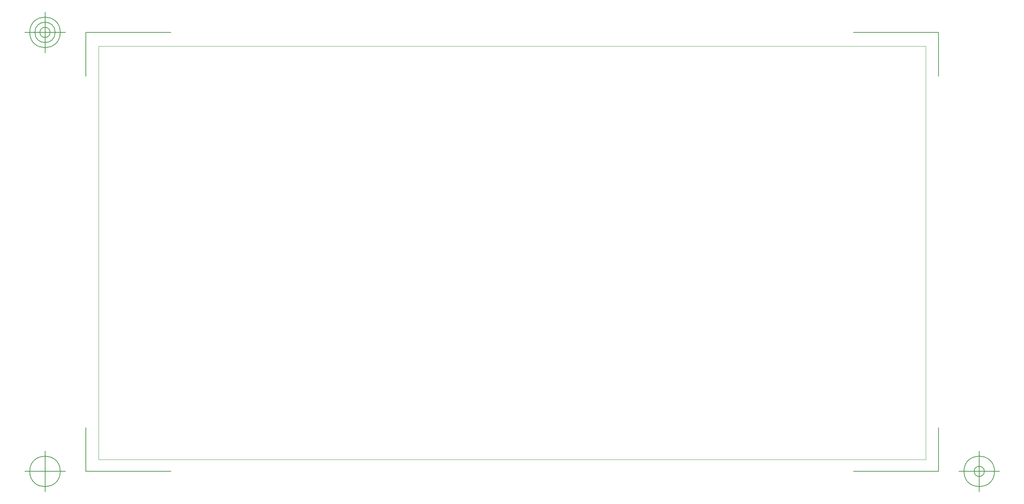
<source format=gbr>
G04 Generated by Ultiboard 13.0 *
%FSLAX34Y34*%
%MOMM*%

%ADD11C,0.0010*%
%ADD12C,0.1270*%


G04 ColorRGB 00FFFF for the following layer *
%LNBoard Outline*%
%LPD*%
G54D10*
G54D11*
X2032000Y-2540D02*
X2032000Y1013460D01*
X0Y1013460D01*
X0Y-2540D01*
X2032000Y-2540D01*
G54D12*
X-31464Y-31464D02*
X-31464Y76429D01*
X-31464Y-31464D02*
X178029Y-31464D01*
X2063464Y-31464D02*
X1853971Y-31464D01*
X2063464Y-31464D02*
X2063464Y76429D01*
X2063464Y1047464D02*
X2063464Y939571D01*
X2063464Y1047464D02*
X1853971Y1047464D01*
X-31464Y1047464D02*
X178029Y1047464D01*
X-31464Y1047464D02*
X-31464Y939571D01*
X-81464Y-31464D02*
X-181464Y-31464D01*
X-131464Y-81464D02*
X-131464Y18536D01*
X-168964Y-31464D02*
G75*
D01*
G02X-168964Y-31464I37500J0*
G01*
X2113464Y-31464D02*
X2213464Y-31464D01*
X2163464Y-81464D02*
X2163464Y18536D01*
X2125964Y-31464D02*
G75*
D01*
G02X2125964Y-31464I37500J0*
G01*
X2150964Y-31464D02*
G75*
D01*
G02X2150964Y-31464I12500J0*
G01*
X-81464Y1047464D02*
X-181464Y1047464D01*
X-131464Y997464D02*
X-131464Y1097464D01*
X-168964Y1047464D02*
G75*
D01*
G02X-168964Y1047464I37500J0*
G01*
X-156464Y1047464D02*
G75*
D01*
G02X-156464Y1047464I25000J0*
G01*
X-143964Y1047464D02*
G75*
D01*
G02X-143964Y1047464I12500J0*
G01*

M02*

</source>
